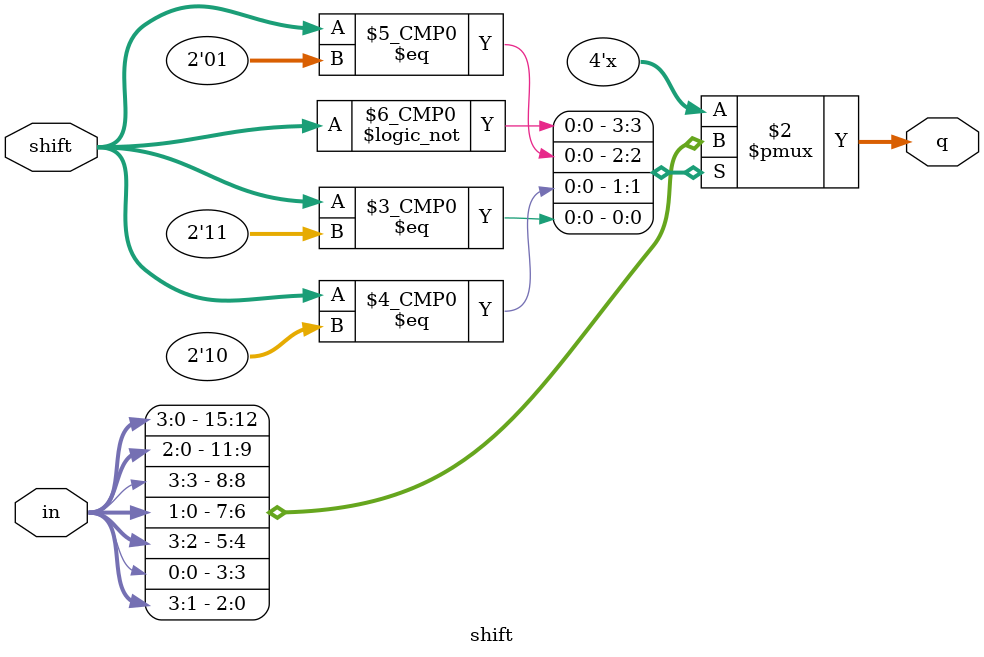
<source format=sv>
`timescale 1ns / 1ps

module shift(
    input [3:0] in,
    input [1:0] shift,
    output logic [3:0] q
    );

//assign q = (in << shift) | (in >> (4-shift));

//2'b01: q = in[3] | in[0]<<1 | in[1]<<2 | in[2]<<3;
//2'b10: q = in[2] | in[3]<<1 | in[0]<<2 | in[1]<<3;
//2'b11: q = in[1] | in[2]<<1 | in[3]<<2 | in[0]<<3;

always_comb
    case(shift)
        2'b00: q = in;      
        2'b01: q = {in[2], in[1], in[0], in[3]};
        2'b10: q = {in[1], in[0], in[3], in[2]};
        2'b11: q = {in[0], in[3], in[2], in[1]};
    endcase;

endmodule
    
</source>
